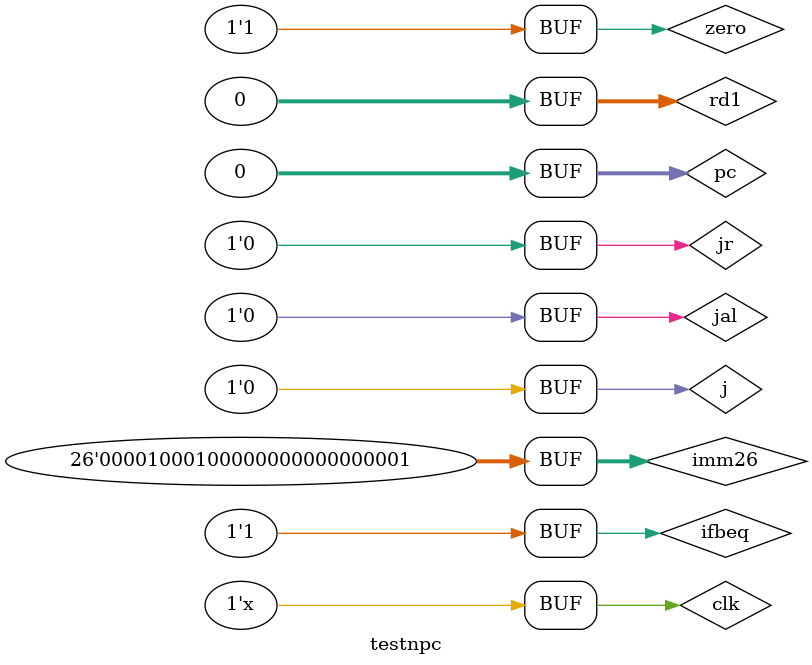
<source format=v>
`timescale 1ns / 1ps


module testnpc;

	// Inputs
	reg zero;
	reg ifbeq;
	reg clk;
	reg j;
	reg jal;
	reg jr;
	reg [31:0] pc;
	reg [25:0] imm26;
	reg [31:0] rd1;

	// Outputs
	wire [31:0] spc;
	wire [31:0] npc;

	// Instantiate the Unit Under Test (UUT)
	npc uut (
		.zero(zero), 
		.ifbeq(ifbeq), 
		.clk(clk), 
		.j(j), 
		.jal(jal), 
		.jr(jr), 
		.pc(pc), 
		.imm26(imm26), 
		.rd1(rd1), 
		.spc(spc), 
		.npc(npc)
	);

	initial begin
		// Initialize Inputs
		zero = 1;
		ifbeq = 1;
		#0 clk = 0;
		j = 0;
		jal = 0;
		jr = 0;
		pc = 0;
		imm26 = 'b00001000100000000000000001;
		rd1 = 0;

		// Wait 100 ns for global reset to finish
		#100;
        
		// Add stimulus here	end
      end
always #10 clk=~clk;

endmodule


</source>
